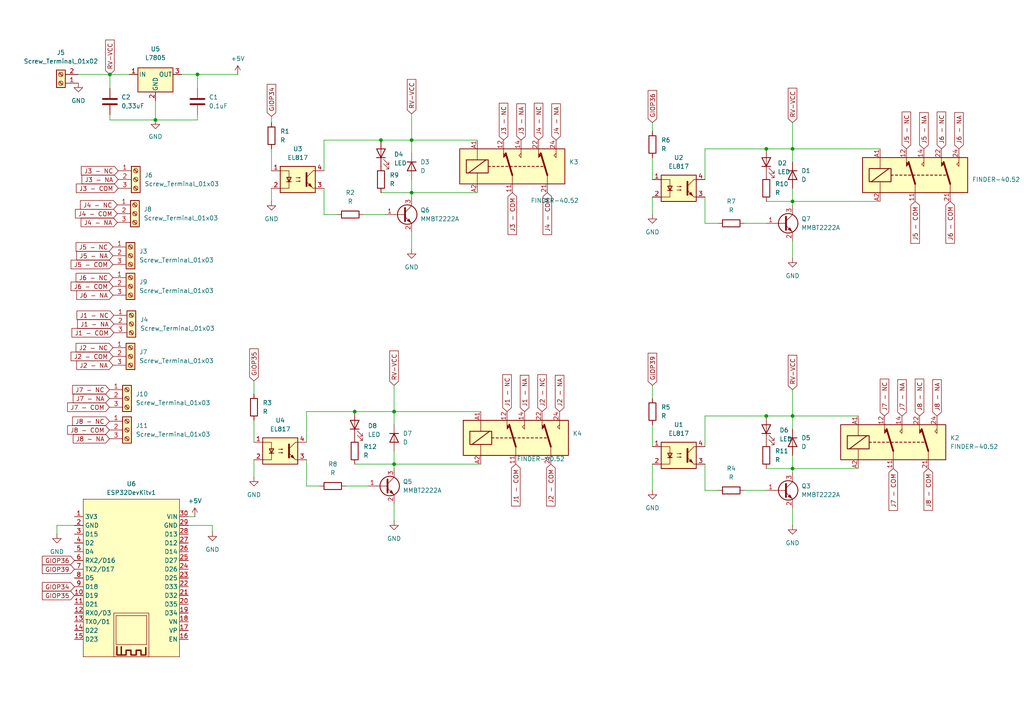
<source format=kicad_sch>
(kicad_sch (version 20250114) (generator "eeschema") (generator_version "9.0")
  (paper "A4")
  (lib_symbols
    (symbol "Connector:Screw_Terminal_01x02" (pin_names (offset 1.016) (hide yes))
      (property "Reference" "J" (at 0 2.54 0))
      (property "Value" "Screw_Terminal_01x02" (at 0 -5.08 0))
      (symbol "Screw_Terminal_01x02_1_1"
        (rectangle (start -1.27 1.27) (end 1.27 -3.81) (stroke (width 0.254)) (fill (type background)))
        (polyline (pts (xy -0.5334 0.3302) (xy 0.3302 -0.508)) (stroke (width 0.1524)))
        (polyline (pts (xy -0.5334 -2.2098) (xy 0.3302 -3.048)) (stroke (width 0.1524)))
        (polyline (pts (xy -0.3556 0.508) (xy 0.508 -0.3302)) (stroke (width 0.1524)))
        (polyline (pts (xy -0.3556 -2.032) (xy 0.508 -2.8702)) (stroke (width 0.1524)))
        (circle (center 0 0) (radius 0.635) (stroke (width 0.1524)))
        (circle (center 0 -2.54) (radius 0.635) (stroke (width 0.1524)))
        (pin passive line (at -5.08 0 0) (length 3.81) (name "Pin_1") (number "1"))
        (pin passive line (at -5.08 -2.54 0) (length 3.81) (name "Pin_2") (number "2"))
      )
    )
    (symbol "Connector:Screw_Terminal_01x03" (pin_names (offset 1.016) (hide yes))
      (property "Reference" "J" (at 0 5.08 0))
      (property "Value" "Screw_Terminal_01x03" (at 0 -5.08 0))
      (symbol "Screw_Terminal_01x03_1_1"
        (rectangle (start -1.27 3.81) (end 1.27 -3.81) (stroke (width 0.254)) (fill (type background)))
        (polyline (pts (xy -0.5334 2.8702) (xy 0.3302 2.032)) (stroke (width 0.1524)))
        (polyline (pts (xy -0.5334 0.3302) (xy 0.3302 -0.508)) (stroke (width 0.1524)))
        (polyline (pts (xy -0.5334 -2.2098) (xy 0.3302 -3.048)) (stroke (width 0.1524)))
        (polyline (pts (xy -0.3556 3.048) (xy 0.508 2.2098)) (stroke (width 0.1524)))
        (polyline (pts (xy -0.3556 0.508) (xy 0.508 -0.3302)) (stroke (width 0.1524)))
        (polyline (pts (xy -0.3556 -2.032) (xy 0.508 -2.8702)) (stroke (width 0.1524)))
        (circle (center 0 2.54) (radius 0.635) (stroke (width 0.1524)))
        (circle (center 0 0) (radius 0.635) (stroke (width 0.1524)))
        (circle (center 0 -2.54) (radius 0.635) (stroke (width 0.1524)))
        (pin passive line (at -5.08 2.54 0) (length 3.81) (name "Pin_1") (number "1"))
        (pin passive line (at -5.08 0 0) (length 3.81) (name "Pin_2") (number "2"))
        (pin passive line (at -5.08 -2.54 0) (length 3.81) (name "Pin_3") (number "3"))
      )
    )
    (symbol "Device:C" (pin_numbers (hide yes)) (pin_names (offset 0.254))
      (property "Reference" "C" (at 0.635 2.54 0))
      (property "Value" "C" (at 0.635 -2.54 0))
      (symbol "C_0_1"
        (polyline (pts (xy -2.032 0.762) (xy 2.032 0.762)) (stroke (width 0.508)))
        (polyline (pts (xy -2.032 -0.762) (xy 2.032 -0.762)) (stroke (width 0.508)))
      )
      (symbol "C_1_1"
        (pin passive line (at 0 3.81 270) (length 2.794) (name "~") (number "1"))
        (pin passive line (at 0 -3.81 90) (length 2.794) (name "~") (number "2"))
      )
    )
    (symbol "Device:D" (pin_numbers (hide yes)) (pin_names (offset 1.016) (hide yes))
      (property "Reference" "D" (at 0 2.54 0))
      (property "Value" "D" (at 0 -2.54 0))
      (symbol "D_0_1"
        (polyline (pts (xy -1.27 1.27) (xy -1.27 -1.27)) (stroke (width 0.254)))
        (polyline (pts (xy 1.27 1.27) (xy 1.27 -1.27) (xy -1.27 0) (xy 1.27 1.27)) (stroke (width 0.254)))
        (polyline (pts (xy 1.27 0) (xy -1.27 0)))
      )
      (symbol "D_1_1"
        (pin passive line (at -3.81 0 0) (length 2.54) (name "K") (number "1"))
        (pin passive line (at 3.81 0 180) (length 2.54) (name "A") (number "2"))
      )
    )
    (symbol "Device:LED" (pin_numbers (hide yes)) (pin_names (offset 1.016) (hide yes))
      (property "Reference" "D" (at 0 2.54 0))
      (property "Value" "LED" (at 0 -2.54 0))
      (symbol "LED_0_1"
        (polyline (pts (xy -3.048 -0.762) (xy -4.572 -2.286) (xy -3.81 -2.286) (xy -4.572 -2.286) (xy -4.572 -1.524)))
        (polyline (pts (xy -1.778 -0.762) (xy -3.302 -2.286) (xy -2.54 -2.286) (xy -3.302 -2.286) (xy -3.302 -1.524)))
        (polyline (pts (xy -1.27 0) (xy 1.27 0)))
        (polyline (pts (xy -1.27 -1.27) (xy -1.27 1.27)) (stroke (width 0.254)))
        (polyline (pts (xy 1.27 -1.27) (xy 1.27 1.27) (xy -1.27 0) (xy 1.27 -1.27)) (stroke (width 0.254)))
      )
      (symbol "LED_1_1"
        (pin passive line (at -3.81 0 0) (length 2.54) (name "K") (number "1"))
        (pin passive line (at 3.81 0 180) (length 2.54) (name "A") (number "2"))
      )
    )
    (symbol "Device:R" (pin_numbers (hide yes)) (pin_names (offset 0))
      (property "Reference" "R" (at 2.032 0 90))
      (property "Value" "R" (at 0 0 90))
      (symbol "R_0_1"
        (rectangle (start -1.016 -2.54) (end 1.016 2.54) (stroke (width 0.254)))
      )
      (symbol "R_1_1"
        (pin passive line (at 0 3.81 270) (length 1.27) (name "~") (number "1"))
        (pin passive line (at 0 -3.81 90) (length 1.27) (name "~") (number "2"))
      )
    )
    (symbol "Isolator:EL817" (pin_names (offset 1.016))
      (property "Reference" "U" (at -5.08 5.08 0))
      (property "Value" "EL817" (at 0 5.08 0))
      (symbol "EL817_0_1"
        (rectangle (start -5.08 3.81) (end 5.08 -3.81) (stroke (width 0.254)) (fill (type background)))
        (polyline (pts (xy -5.08 2.54) (xy -2.54 2.54) (xy -2.54 -0.635)))
        (polyline (pts (xy -3.175 -0.635) (xy -1.905 -0.635)) (stroke (width 0.254)))
        (polyline (pts (xy -2.54 -0.635) (xy -2.54 -2.54) (xy -5.08 -2.54)))
        (polyline (pts (xy -2.54 -0.635) (xy -3.175 0.635) (xy -1.905 0.635) (xy -2.54 -0.635)) (stroke (width 0.254)))
        (polyline (pts (xy -0.508 0.508) (xy 0.762 0.508) (xy 0.381 0.381) (xy 0.381 0.635) (xy 0.762 0.508)))
        (polyline (pts (xy -0.508 -0.508) (xy 0.762 -0.508) (xy 0.381 -0.635) (xy 0.381 -0.381) (xy 0.762 -0.508)))
        (polyline (pts (xy 2.54 1.905) (xy 2.54 -1.905) (xy 2.54 -1.905)) (stroke (width 0.508)))
        (polyline (pts (xy 2.54 0.635) (xy 4.445 2.54)))
        (polyline (pts (xy 3.048 -1.651) (xy 3.556 -1.143) (xy 4.064 -2.159) (xy 3.048 -1.651) (xy 3.048 -1.651)) (fill (type outline)))
        (polyline (pts (xy 4.445 2.54) (xy 5.08 2.54)))
        (polyline (pts (xy 4.445 -2.54) (xy 2.54 -0.635)) (fill (type outline)))
        (polyline (pts (xy 4.445 -2.54) (xy 5.08 -2.54)))
      )
      (symbol "EL817_1_1"
        (pin passive line (at -7.62 2.54 0) (length 2.54) (name "~") (number "1"))
        (pin passive line (at -7.62 -2.54 0) (length 2.54) (name "~") (number "2"))
        (pin passive line (at 7.62 2.54 180) (length 2.54) (name "~") (number "4"))
        (pin passive line (at 7.62 -2.54 180) (length 2.54) (name "~") (number "3"))
      )
    )
    (symbol "LED_1" (pin_numbers (hide yes)) (pin_names (offset 1.016) (hide yes))
      (property "Reference" "D" (at 0 2.54 0))
      (property "Value" "LED" (at 0 -2.54 0))
      (symbol "LED_1_0_1"
        (polyline (pts (xy -3.048 -0.762) (xy -4.572 -2.286) (xy -3.81 -2.286) (xy -4.572 -2.286) (xy -4.572 -1.524)))
        (polyline (pts (xy -1.778 -0.762) (xy -3.302 -2.286) (xy -2.54 -2.286) (xy -3.302 -2.286) (xy -3.302 -1.524)))
        (polyline (pts (xy -1.27 0) (xy 1.27 0)))
        (polyline (pts (xy -1.27 -1.27) (xy -1.27 1.27)) (stroke (width 0.254)))
        (polyline (pts (xy 1.27 -1.27) (xy 1.27 1.27) (xy -1.27 0) (xy 1.27 -1.27)) (stroke (width 0.254)))
      )
      (symbol "LED_1_1_1"
        (pin passive line (at -3.81 0 0) (length 2.54) (name "K") (number "1"))
        (pin passive line (at 3.81 0 180) (length 2.54) (name "A") (number "2"))
      )
    )
    (symbol "LED_2" (pin_numbers (hide yes)) (pin_names (offset 1.016) (hide yes))
      (property "Reference" "D" (at 0 2.54 0))
      (property "Value" "LED" (at 0 -2.54 0))
      (symbol "LED_2_0_1"
        (polyline (pts (xy -3.048 -0.762) (xy -4.572 -2.286) (xy -3.81 -2.286) (xy -4.572 -2.286) (xy -4.572 -1.524)))
        (polyline (pts (xy -1.778 -0.762) (xy -3.302 -2.286) (xy -2.54 -2.286) (xy -3.302 -2.286) (xy -3.302 -1.524)))
        (polyline (pts (xy -1.27 0) (xy 1.27 0)))
        (polyline (pts (xy -1.27 -1.27) (xy -1.27 1.27)) (stroke (width 0.254)))
        (polyline (pts (xy 1.27 -1.27) (xy 1.27 1.27) (xy -1.27 0) (xy 1.27 -1.27)) (stroke (width 0.254)))
      )
      (symbol "LED_2_1_1"
        (pin passive line (at -3.81 0 0) (length 2.54) (name "K") (number "1"))
        (pin passive line (at 3.81 0 180) (length 2.54) (name "A") (number "2"))
      )
    )
    (symbol "LED_3" (pin_numbers (hide yes)) (pin_names (offset 1.016) (hide yes))
      (property "Reference" "D" (at 0 2.54 0))
      (property "Value" "LED" (at 0 -2.54 0))
      (symbol "LED_3_0_1"
        (polyline (pts (xy -3.048 -0.762) (xy -4.572 -2.286) (xy -3.81 -2.286) (xy -4.572 -2.286) (xy -4.572 -1.524)))
        (polyline (pts (xy -1.778 -0.762) (xy -3.302 -2.286) (xy -2.54 -2.286) (xy -3.302 -2.286) (xy -3.302 -1.524)))
        (polyline (pts (xy -1.27 0) (xy 1.27 0)))
        (polyline (pts (xy -1.27 -1.27) (xy -1.27 1.27)) (stroke (width 0.254)))
        (polyline (pts (xy 1.27 -1.27) (xy 1.27 1.27) (xy -1.27 0) (xy 1.27 -1.27)) (stroke (width 0.254)))
      )
      (symbol "LED_3_1_1"
        (pin passive line (at -3.81 0 0) (length 2.54) (name "K") (number "1"))
        (pin passive line (at 3.81 0 180) (length 2.54) (name "A") (number "2"))
      )
    )
    (symbol "MCE_Modulos:ESP32DevKitv1"
      (property "Reference" "U" (at -12.7 24.13 0))
      (property "Value" "ESP32DevKitv1" (at 0 -24.13 0))
      (symbol "ESP32DevKitv1_0_1"
        (polyline (pts (xy -5.08 -10.16) (xy 5.08 -10.16) (xy 5.08 -22.86) (xy -5.08 -22.86) (xy -5.08 -10.16)))
        (polyline (pts (xy -4.445 -10.922) (xy 4.445 -10.922) (xy 4.445 -19.304) (xy -4.445 -19.304) (xy -4.445 -10.922)))
      )
      (symbol "ESP32DevKitv1_1_1"
        (rectangle (start -13.97 22.86) (end 13.97 -22.86) (fill (type background)))
        (polyline (pts (xy -4.191 -19.939) (xy -4.191 -22.352) (xy -1.524 -22.352) (xy -1.524 -20.955) (xy -0.127 -20.955) (xy -0.127 -22.352) (xy 1.397 -22.352) (xy 1.397 -20.955) (xy 2.794 -20.955) (xy 2.794 -22.352) (xy 4.191 -22.352) (xy 4.191 -20.193)) (stroke (width 0.4)))
        (polyline (pts (xy -2.921 -19.939) (xy -2.921 -22.352)) (stroke (width 0.4)))
        (pin power_in line (at -16.51 17.78 0) (length 2.54) (name "3V3") (number "1"))
        (pin power_in line (at -16.51 15.24 0) (length 2.54) (name "GND") (number "2"))
        (pin bidirectional line (at -16.51 12.7 0) (length 2.54) (name "D15") (number "3"))
        (pin bidirectional line (at -16.51 10.16 0) (length 2.54) (name "D2") (number "4"))
        (pin bidirectional line (at -16.51 7.62 0) (length 2.54) (name "D4") (number "5"))
        (pin bidirectional line (at -16.51 5.08 0) (length 2.54) (name "RX2/D16") (number "6"))
        (pin bidirectional line (at -16.51 2.54 0) (length 2.54) (name "TX2/D17") (number "7"))
        (pin bidirectional line (at -16.51 0 0) (length 2.54) (name "D5") (number "8"))
        (pin bidirectional line (at -16.51 -2.54 0) (length 2.54) (name "D18") (number "9"))
        (pin bidirectional line (at -16.51 -5.08 0) (length 2.54) (name "D19") (number "10"))
        (pin bidirectional line (at -16.51 -7.62 0) (length 2.54) (name "D21") (number "11"))
        (pin bidirectional line (at -16.51 -10.16 0) (length 2.54) (name "RX0/D3") (number "12"))
        (pin bidirectional line (at -16.51 -12.7 0) (length 2.54) (name "TX0/D1") (number "13"))
        (pin bidirectional line (at -16.51 -15.24 0) (length 2.54) (name "D22") (number "14"))
        (pin bidirectional line (at -16.51 -17.78 0) (length 2.54) (name "D23") (number "15"))
        (pin power_in line (at 16.51 17.78 180) (length 2.54) (name "VIN") (number "30"))
        (pin power_in line (at 16.51 15.24 180) (length 2.54) (name "GND") (number "29"))
        (pin bidirectional line (at 16.51 12.7 180) (length 2.54) (name "D13") (number "28"))
        (pin bidirectional line (at 16.51 10.16 180) (length 2.54) (name "D12") (number "27"))
        (pin bidirectional line (at 16.51 7.62 180) (length 2.54) (name "D14") (number "26"))
        (pin bidirectional line (at 16.51 5.08 180) (length 2.54) (name "D27") (number "25"))
        (pin bidirectional line (at 16.51 2.54 180) (length 2.54) (name "D26") (number "24"))
        (pin bidirectional line (at 16.51 0 180) (length 2.54) (name "D25") (number "23"))
        (pin bidirectional line (at 16.51 -2.54 180) (length 2.54) (name "D33") (number "22"))
        (pin bidirectional line (at 16.51 -5.08 180) (length 2.54) (name "D32") (number "21"))
        (pin bidirectional line (at 16.51 -7.62 180) (length 2.54) (name "D35") (number "20"))
        (pin bidirectional line (at 16.51 -10.16 180) (length 2.54) (name "D34") (number "19"))
        (pin input line (at 16.51 -12.7 180) (length 2.54) (name "VN") (number "18"))
        (pin input line (at 16.51 -15.24 180) (length 2.54) (name "VP") (number "17"))
        (pin input line (at 16.51 -17.78 180) (length 2.54) (name "EN") (number "16"))
      )
    )
    (symbol "Regulator_Linear:L7805" (pin_names (offset 0.254))
      (property "Reference" "U" (at -3.81 3.175 0))
      (property "Value" "L7805" (at 0 3.175 0))
      (symbol "L7805_0_1"
        (rectangle (start -5.08 1.905) (end 5.08 -5.08) (stroke (width 0.254)) (fill (type background)))
      )
      (symbol "L7805_1_1"
        (pin power_in line (at -7.62 0 0) (length 2.54) (name "IN") (number "1"))
        (pin power_in line (at 0 -7.62 90) (length 2.54) (name "GND") (number "2"))
        (pin power_out line (at 7.62 0 180) (length 2.54) (name "OUT") (number "3"))
      )
    )
    (symbol "Relay:FINDER-40.52"
      (property "Reference" "K" (at 16.51 3.81 0))
      (property "Value" "FINDER-40.52" (at 16.51 1.27 0))
      (symbol "FINDER-40.52_0_1"
        (rectangle (start -15.24 5.08) (end 15.24 -5.08) (stroke (width 0.254)) (fill (type background)))
        (rectangle (start -13.335 1.905) (end -6.985 -1.905) (stroke (width 0.254)))
        (polyline (pts (xy -12.7 -1.905) (xy -7.62 1.905)) (stroke (width 0.254)))
        (polyline (pts (xy -10.16 5.08) (xy -10.16 1.905)))
        (polyline (pts (xy -10.16 -5.08) (xy -10.16 -1.905)))
        (polyline (pts (xy -6.985 0) (xy -6.35 0)) (stroke (width 0.254)))
        (polyline (pts (xy -5.715 0) (xy -5.08 0)) (stroke (width 0.254)))
        (polyline (pts (xy -4.445 0) (xy -3.81 0)) (stroke (width 0.254)))
        (polyline (pts (xy -3.175 0) (xy -2.54 0)) (stroke (width 0.254)))
        (polyline (pts (xy -2.54 5.08) (xy -2.54 2.54) (xy -1.905 3.175) (xy -2.54 3.81)) (fill (type outline)))
        (polyline (pts (xy -1.905 0) (xy -1.27 0)) (stroke (width 0.254)))
        (polyline (pts (xy -0.635 0) (xy 0 0)) (stroke (width 0.254)))
        (polyline (pts (xy 0 -2.54) (xy -1.905 3.81)) (stroke (width 0.508)))
        (polyline (pts (xy 0 -2.54) (xy 0 -5.08)))
        (polyline (pts (xy 0.635 0) (xy 1.27 0)) (stroke (width 0.254)))
        (polyline (pts (xy 1.905 0) (xy 2.54 0)) (stroke (width 0.254)))
        (polyline (pts (xy 2.54 5.08) (xy 2.54 2.54) (xy 1.905 3.175) (xy 2.54 3.81)))
        (polyline (pts (xy 3.175 0) (xy 3.81 0)) (stroke (width 0.254)))
        (polyline (pts (xy 4.445 0) (xy 5.08 0)) (stroke (width 0.254)))
        (polyline (pts (xy 5.715 0) (xy 6.35 0)) (stroke (width 0.254)))
        (polyline (pts (xy 6.985 0) (xy 7.62 0)) (stroke (width 0.254)))
        (polyline (pts (xy 7.62 5.08) (xy 7.62 2.54) (xy 8.255 3.175) (xy 7.62 3.81)) (fill (type outline)))
        (polyline (pts (xy 8.255 0) (xy 8.89 0)) (stroke (width 0.254)))
        (polyline (pts (xy 10.16 -2.54) (xy 8.255 3.81)) (stroke (width 0.508)))
        (polyline (pts (xy 10.16 -2.54) (xy 10.16 -5.08)))
        (polyline (pts (xy 12.7 5.08) (xy 12.7 2.54) (xy 12.065 3.175) (xy 12.7 3.81)))
      )
      (symbol "FINDER-40.52_1_1"
        (pin passive line (at -10.16 7.62 270) (length 2.54) (name "~") (number "A1"))
        (pin passive line (at -10.16 -7.62 90) (length 2.54) (name "~") (number "A2"))
        (pin passive line (at -2.54 7.62 270) (length 2.54) (name "~") (number "12"))
        (pin passive line (at 0 -7.62 90) (length 2.54) (name "~") (number "11"))
        (pin passive line (at 2.54 7.62 270) (length 2.54) (name "~") (number "14"))
        (pin passive line (at 7.62 7.62 270) (length 2.54) (name "~") (number "22"))
        (pin passive line (at 10.16 -7.62 90) (length 2.54) (name "~") (number "21"))
        (pin passive line (at 12.7 7.62 270) (length 2.54) (name "~") (number "24"))
      )
    )
    (symbol "Transistor_BJT:MMBT2222A" (pin_names (offset 0) (hide yes))
      (property "Reference" "Q" (at 5.08 1.905 0))
      (property "Value" "MMBT2222A" (at 5.08 0 0))
      (symbol "MMBT2222A_0_1"
        (polyline (pts (xy -2.54 0) (xy 0.635 0)))
        (polyline (pts (xy 0.635 1.905) (xy 0.635 -1.905)) (stroke (width 0.508)))
        (circle (center 1.27 0) (radius 2.8194) (stroke (width 0.254)))
      )
      (symbol "MMBT2222A_1_1"
        (polyline (pts (xy 0.635 0.635) (xy 2.54 2.54)))
        (polyline (pts (xy 0.635 -0.635) (xy 2.54 -2.54)))
        (polyline (pts (xy 1.27 -1.778) (xy 1.778 -1.27) (xy 2.286 -2.286) (xy 1.27 -1.778)) (fill (type outline)))
        (pin input line (at -5.08 0 0) (length 2.54) (name "B") (number "1"))
        (pin passive line (at 2.54 5.08 270) (length 2.54) (name "C") (number "3"))
        (pin passive line (at 2.54 -5.08 90) (length 2.54) (name "E") (number "2"))
      )
    )
    (symbol "power:+5V" (power) (pin_numbers (hide yes)) (pin_names (offset 0) (hide yes))
      (property "Value" "+5V" (at 0 3.556 0))
      (symbol "+5V_0_1"
        (polyline (pts (xy -0.762 1.27) (xy 0 2.54)))
        (polyline (pts (xy 0 2.54) (xy 0.762 1.27)))
        (polyline (pts (xy 0 0) (xy 0 2.54)))
      )
      (symbol "+5V_1_1"
        (pin power_in line (at 0 0 90) (length 0) (name "~") (number "1"))
      )
    )
    (symbol "power:GND" (power) (pin_numbers (hide yes)) (pin_names (offset 0) (hide yes))
      (property "Value" "GND" (at 0 -3.81 0))
      (symbol "GND_0_1"
        (polyline (pts (xy 0 0) (xy 0 -1.27) (xy 1.27 -1.27) (xy 0 -2.54) (xy -1.27 -1.27) (xy 0 -1.27)))
      )
      (symbol "GND_1_1"
        (pin power_in line (at 0 0 270) (length 0) (name "~") (number "1"))
      )
    )
  )
  (junction (at 114.3 119.38))
  (junction (at 222.25 43.18))
  (junction (at 110.49 40.64))
  (junction (at 229.87 120.65))
  (junction (at 119.38 40.64))
  (junction (at 114.3 134.62))
  (junction (at 57.277 21.59))
  (junction (at 102.87 119.38))
  (junction (at 119.38 55.88))
  (junction (at 45.085 34.798))
  (junction (at 31.877 21.59))
  (junction (at 229.87 135.89))
  (junction (at 222.25 120.65))
  (junction (at 229.87 43.18))
  (junction (at 229.87 58.42))
  (wire (pts (xy 229.87 135.89) (xy 229.87 132.08)))
  (wire (pts (xy 222.25 58.42) (xy 229.87 58.42)))
  (wire (pts (xy 138.43 55.88) (xy 119.38 55.88)))
  (wire (pts (xy 189.23 142.24) (xy 189.23 134.62)))
  (wire (pts (xy 88.9 133.35) (xy 88.9 140.97)))
  (wire (pts (xy 119.38 72.39) (xy 119.38 67.31)))
  (wire (pts (xy 222.25 43.18) (xy 229.87 43.18)))
  (wire (pts (xy 73.66 138.43) (xy 73.66 133.35)))
  (wire (pts (xy 56.515 149.86) (xy 54.61 149.86)))
  (wire (pts (xy 229.87 152.4) (xy 229.87 147.32)))
  (wire (pts (xy 114.3 134.62) (xy 139.446 134.62)))
  (wire (pts (xy 88.9 128.27) (xy 88.9 119.38)))
  (wire (pts (xy 114.3 151.13) (xy 114.3 146.05)))
  (wire (pts (xy 114.3 119.38) (xy 114.3 123.19)))
  (wire (pts (xy 204.47 142.24) (xy 208.28 142.24)))
  (wire (pts (xy 248.92 120.65) (xy 229.87 120.65)))
  (wire (pts (xy 102.87 134.62) (xy 114.3 134.62)))
  (wire (pts (xy 119.38 40.64) (xy 119.38 44.45)))
  (wire (pts (xy 204.47 129.54) (xy 204.47 120.65)))
  (wire (pts (xy 110.49 55.88) (xy 119.38 55.88)))
  (wire (pts (xy 105.41 62.23) (xy 111.76 62.23)))
  (wire (pts (xy 215.9 64.77) (xy 222.25 64.77)))
  (wire (pts (xy 16.51 154.94) (xy 16.51 152.4)))
  (wire (pts (xy 204.47 64.77) (xy 208.28 64.77)))
  (wire (pts (xy 61.595 154.305) (xy 61.595 152.4)))
  (wire (pts (xy 31.877 34.798) (xy 45.085 34.798)))
  (wire (pts (xy 88.9 119.38) (xy 102.87 119.38)))
  (wire (pts (xy 255.27 58.42) (xy 229.87 58.42)))
  (wire (pts (xy 114.3 134.62) (xy 114.3 130.81)))
  (wire (pts (xy 229.87 137.16) (xy 229.87 135.89)))
  (wire (pts (xy 215.9 142.24) (xy 222.25 142.24)))
  (wire (pts (xy 31.877 33.274) (xy 31.877 34.798)))
  (wire (pts (xy 78.74 33.782) (xy 78.74 35.56)))
  (wire (pts (xy 255.27 43.18) (xy 229.87 43.18)))
  (wire (pts (xy 68.961 21.59) (xy 57.277 21.59)))
  (wire (pts (xy 93.98 62.23) (xy 97.79 62.23)))
  (wire (pts (xy 229.87 113.03) (xy 229.87 120.65)))
  (wire (pts (xy 110.49 40.64) (xy 119.38 40.64)))
  (wire (pts (xy 78.74 43.18) (xy 78.74 49.53)))
  (wire (pts (xy 138.43 40.64) (xy 119.38 40.64)))
  (wire (pts (xy 114.3 111.76) (xy 114.3 119.38)))
  (wire (pts (xy 229.87 43.18) (xy 229.87 46.99)))
  (wire (pts (xy 189.23 111.76) (xy 189.23 115.57)))
  (wire (pts (xy 204.47 120.65) (xy 222.25 120.65)))
  (wire (pts (xy 119.38 57.15) (xy 119.38 55.88)))
  (wire (pts (xy 93.98 49.53) (xy 93.98 40.64)))
  (wire (pts (xy 204.47 134.62) (xy 204.47 142.24)))
  (wire (pts (xy 189.23 123.19) (xy 189.23 129.54)))
  (wire (pts (xy 61.595 152.4) (xy 54.61 152.4)))
  (wire (pts (xy 57.277 21.59) (xy 57.277 25.654)))
  (wire (pts (xy 189.23 35.56) (xy 189.23 38.1)))
  (wire (pts (xy 57.277 33.274) (xy 57.277 34.798)))
  (wire (pts (xy 114.3 119.38) (xy 139.446 119.38)))
  (wire (pts (xy 100.33 140.97) (xy 106.68 140.97)))
  (wire (pts (xy 222.25 120.65) (xy 229.87 120.65)))
  (wire (pts (xy 31.877 21.59) (xy 37.465 21.59)))
  (wire (pts (xy 189.23 62.23) (xy 189.23 57.15)))
  (wire (pts (xy 45.085 29.21) (xy 45.085 34.798)))
  (wire (pts (xy 93.98 54.61) (xy 93.98 62.23)))
  (wire (pts (xy 204.47 52.07) (xy 204.47 43.18)))
  (wire (pts (xy 93.98 40.64) (xy 110.49 40.64)))
  (wire (pts (xy 229.87 35.56) (xy 229.87 43.18)))
  (wire (pts (xy 189.23 45.72) (xy 189.23 52.07)))
  (wire (pts (xy 22.733 21.59) (xy 31.877 21.59)))
  (wire (pts (xy 229.87 59.69) (xy 229.87 58.42)))
  (wire (pts (xy 204.47 43.18) (xy 222.25 43.18)))
  (wire (pts (xy 78.74 58.42) (xy 78.74 54.61)))
  (wire (pts (xy 31.877 21.59) (xy 31.877 25.654)))
  (wire (pts (xy 88.9 140.97) (xy 92.71 140.97)))
  (wire (pts (xy 229.87 74.93) (xy 229.87 69.85)))
  (wire (pts (xy 16.51 152.4) (xy 21.59 152.4)))
  (wire (pts (xy 248.92 135.89) (xy 229.87 135.89)))
  (wire (pts (xy 119.38 55.88) (xy 119.38 52.07)))
  (wire (pts (xy 229.87 120.65) (xy 229.87 124.46)))
  (wire (pts (xy 119.38 33.02) (xy 119.38 40.64)))
  (wire (pts (xy 222.25 135.89) (xy 229.87 135.89)))
  (wire (pts (xy 114.3 135.89) (xy 114.3 134.62)))
  (wire (pts (xy 57.277 34.798) (xy 45.085 34.798)))
  (wire (pts (xy 102.87 119.38) (xy 114.3 119.38)))
  (wire (pts (xy 57.277 21.59) (xy 52.705 21.59)))
  (wire (pts (xy 204.47 57.15) (xy 204.47 64.77)))
  (wire (pts (xy 73.66 110.49) (xy 73.66 114.3)))
  (wire (pts (xy 73.66 121.92) (xy 73.66 128.27)))
  (wire (pts (xy 229.87 58.42) (xy 229.87 54.61)))
  (global_label "J8 - NA" (shape input) (at 271.78 120.65 90) (property "Intersheetrefs" "${INTERSHEET_REFS}" (effects (hide yes))))
  (global_label "J4 - COM" (shape input) (at 158.75 55.88 270) (property "Intersheetrefs" "${INTERSHEET_REFS}" (effects (hide yes))))
  (global_label "J3 - NC" (shape input) (at 34.29 49.53 180) (property "Intersheetrefs" "${INTERSHEET_REFS}" (effects (hide yes))))
  (global_label "RV-VCC" (shape input) (at 119.38 33.02 90) (property "Intersheetrefs" "${INTERSHEET_REFS}" (effects (hide yes))))
  (global_label "GIOP34" (shape input) (at 21.59 170.18 180) (property "Intersheetrefs" "${INTERSHEET_REFS}" (effects (hide yes))))
  (global_label "GIOP36" (shape input) (at 189.23 35.56 90) (property "Intersheetrefs" "${INTERSHEET_REFS}" (effects (hide yes))))
  (global_label "J6 - COM" (shape input) (at 275.59 58.42 270) (property "Intersheetrefs" "${INTERSHEET_REFS}" (effects (hide yes))))
  (global_label "J4 - NA" (shape input) (at 161.29 40.64 90) (property "Intersheetrefs" "${INTERSHEET_REFS}" (effects (hide yes))))
  (global_label "RV-VCC" (shape input) (at 114.3 111.76 90) (property "Intersheetrefs" "${INTERSHEET_REFS}" (effects (hide yes))))
  (global_label "J2 - COM" (shape input) (at 159.766 134.62 270) (property "Intersheetrefs" "${INTERSHEET_REFS}" (effects (hide yes))))
  (global_label "J6 - NA" (shape input) (at 32.766 85.598 180) (property "Intersheetrefs" "${INTERSHEET_REFS}" (effects (hide yes))))
  (global_label "J2 - NC" (shape input) (at 32.766 100.838 180) (property "Intersheetrefs" "${INTERSHEET_REFS}" (effects (hide yes))))
  (global_label "J4 - NA" (shape input) (at 34.036 64.516 180) (property "Intersheetrefs" "${INTERSHEET_REFS}" (effects (hide yes))))
  (global_label "J4 - NC" (shape input) (at 34.036 59.436 180) (property "Intersheetrefs" "${INTERSHEET_REFS}" (effects (hide yes))))
  (global_label "J7 - NA" (shape input) (at 261.62 120.65 90) (property "Intersheetrefs" "${INTERSHEET_REFS}" (effects (hide yes))))
  (global_label "J2 - NA" (shape input) (at 162.306 119.38 90) (property "Intersheetrefs" "${INTERSHEET_REFS}" (effects (hide yes))))
  (global_label "J7 - COM" (shape input) (at 31.75 118.11 180) (property "Intersheetrefs" "${INTERSHEET_REFS}" (effects (hide yes))))
  (global_label "J6 - COM" (shape input) (at 32.766 83.058 180) (property "Intersheetrefs" "${INTERSHEET_REFS}" (effects (hide yes))))
  (global_label "J1 - NA" (shape input) (at 33.02 93.98 180) (property "Intersheetrefs" "${INTERSHEET_REFS}" (effects (hide yes))))
  (global_label "J3 - NC" (shape input) (at 146.05 40.64 90) (property "Intersheetrefs" "${INTERSHEET_REFS}" (effects (hide yes))))
  (global_label "J2 - COM" (shape input) (at 32.766 103.378 180) (property "Intersheetrefs" "${INTERSHEET_REFS}" (effects (hide yes))))
  (global_label "J3 - COM" (shape input) (at 148.59 55.88 270) (property "Intersheetrefs" "${INTERSHEET_REFS}" (effects (hide yes))))
  (global_label "GIOP34" (shape input) (at 78.74 33.782 90) (property "Intersheetrefs" "${INTERSHEET_REFS}" (effects (hide yes))))
  (global_label "RV-VCC" (shape input) (at 229.87 35.56 90) (property "Intersheetrefs" "${INTERSHEET_REFS}" (effects (hide yes))))
  (global_label "GIOP39" (shape input) (at 189.23 111.76 90) (property "Intersheetrefs" "${INTERSHEET_REFS}" (effects (hide yes))))
  (global_label "GIOP39" (shape input) (at 21.59 165.1 180) (property "Intersheetrefs" "${INTERSHEET_REFS}" (effects (hide yes))))
  (global_label "J5 - NA" (shape input) (at 267.97 43.18 90) (property "Intersheetrefs" "${INTERSHEET_REFS}" (effects (hide yes))))
  (global_label "J7 - NC" (shape input) (at 31.75 113.03 180) (property "Intersheetrefs" "${INTERSHEET_REFS}" (effects (hide yes))))
  (global_label "J2 - NC" (shape input) (at 157.226 119.38 90) (property "Intersheetrefs" "${INTERSHEET_REFS}" (effects (hide yes))))
  (global_label "J5 - COM" (shape input) (at 32.766 76.708 180) (property "Intersheetrefs" "${INTERSHEET_REFS}" (effects (hide yes))))
  (global_label "J6 - NA" (shape input) (at 278.13 43.18 90) (property "Intersheetrefs" "${INTERSHEET_REFS}" (effects (hide yes))))
  (global_label "J1 - COM" (shape input) (at 33.02 96.52 180) (property "Intersheetrefs" "${INTERSHEET_REFS}" (effects (hide yes))))
  (global_label "J5 - NA" (shape input) (at 32.766 74.168 180) (property "Intersheetrefs" "${INTERSHEET_REFS}" (effects (hide yes))))
  (global_label "J1 - NA" (shape input) (at 152.146 119.38 90) (property "Intersheetrefs" "${INTERSHEET_REFS}" (effects (hide yes))))
  (global_label "J5 - COM" (shape input) (at 265.43 58.42 270) (property "Intersheetrefs" "${INTERSHEET_REFS}" (effects (hide yes))))
  (global_label "J8 - COM" (shape input) (at 31.75 124.714 180) (property "Intersheetrefs" "${INTERSHEET_REFS}" (effects (hide yes))))
  (global_label "GIOP35" (shape input) (at 21.59 172.72 180) (property "Intersheetrefs" "${INTERSHEET_REFS}" (effects (hide yes))))
  (global_label "J6 - NC" (shape input) (at 32.766 80.518 180) (property "Intersheetrefs" "${INTERSHEET_REFS}" (effects (hide yes))))
  (global_label "J1 - COM" (shape input) (at 149.606 134.62 270) (property "Intersheetrefs" "${INTERSHEET_REFS}" (effects (hide yes))))
  (global_label "J5 - NC" (shape input) (at 262.89 43.18 90) (property "Intersheetrefs" "${INTERSHEET_REFS}" (effects (hide yes))))
  (global_label "J7 - COM" (shape input) (at 259.08 135.89 270) (property "Intersheetrefs" "${INTERSHEET_REFS}" (effects (hide yes))))
  (global_label "J8 - NC" (shape input) (at 31.75 122.174 180) (property "Intersheetrefs" "${INTERSHEET_REFS}" (effects (hide yes))))
  (global_label "RV-VCC" (shape input) (at 31.877 21.59 90) (property "Intersheetrefs" "${INTERSHEET_REFS}" (effects (hide yes))))
  (global_label "J2 - NA" (shape input) (at 32.766 105.918 180) (property "Intersheetrefs" "${INTERSHEET_REFS}" (effects (hide yes))))
  (global_label "GIOP35" (shape input) (at 73.66 110.49 90) (property "Intersheetrefs" "${INTERSHEET_REFS}" (effects (hide yes))))
  (global_label "J5 - NC" (shape input) (at 32.766 71.628 180) (property "Intersheetrefs" "${INTERSHEET_REFS}" (effects (hide yes))))
  (global_label "RV-VCC" (shape input) (at 229.87 113.03 90) (property "Intersheetrefs" "${INTERSHEET_REFS}" (effects (hide yes))))
  (global_label "J8 - NC" (shape input) (at 266.7 120.65 90) (property "Intersheetrefs" "${INTERSHEET_REFS}" (effects (hide yes))))
  (global_label "J6 - NC" (shape input) (at 273.05 43.18 90) (property "Intersheetrefs" "${INTERSHEET_REFS}" (effects (hide yes))))
  (global_label "J4 - NC" (shape input) (at 156.21 40.64 90) (property "Intersheetrefs" "${INTERSHEET_REFS}" (effects (hide yes))))
  (global_label "J8 - NA" (shape input) (at 31.75 127.254 180) (property "Intersheetrefs" "${INTERSHEET_REFS}" (effects (hide yes))))
  (global_label "J1 - NC" (shape input) (at 33.02 91.44 180) (property "Intersheetrefs" "${INTERSHEET_REFS}" (effects (hide yes))))
  (global_label "GIOP36" (shape input) (at 21.59 162.56 180) (property "Intersheetrefs" "${INTERSHEET_REFS}" (effects (hide yes))))
  (global_label "J4 - COM" (shape input) (at 34.036 61.976 180) (property "Intersheetrefs" "${INTERSHEET_REFS}" (effects (hide yes))))
  (global_label "J7 - NC" (shape input) (at 256.54 120.65 90) (property "Intersheetrefs" "${INTERSHEET_REFS}" (effects (hide yes))))
  (global_label "J7 - NA" (shape input) (at 31.75 115.57 180) (property "Intersheetrefs" "${INTERSHEET_REFS}" (effects (hide yes))))
  (global_label "J8 - COM" (shape input) (at 269.24 135.89 270) (property "Intersheetrefs" "${INTERSHEET_REFS}" (effects (hide yes))))
  (global_label "J3 - NA" (shape input) (at 151.13 40.64 90) (property "Intersheetrefs" "${INTERSHEET_REFS}" (effects (hide yes))))
  (global_label "J1 - NC" (shape input) (at 147.066 119.38 90) (property "Intersheetrefs" "${INTERSHEET_REFS}" (effects (hide yes))))
  (global_label "J3 - NA" (shape input) (at 34.29 52.07 180) (property "Intersheetrefs" "${INTERSHEET_REFS}" (effects (hide yes))))
  (global_label "J3 - COM" (shape input) (at 34.29 54.61 180) (property "Intersheetrefs" "${INTERSHEET_REFS}" (effects (hide yes))))
  (symbol (lib_id "Device:R") (at 78.74 39.37 180) (unit 1)
    (property "Reference" "R1" (at 81.28 38.0999 0) (effects (justify right)))
    (property "Value" "R" (at 81.28 40.6399 0) (effects (justify right)))
    (property "Footprint" "Resistor_SMD:R_0805_2012Metric" (effects (hide yes)))
    (property "Description" "Resistor" (effects (hide yes)))
  )
  (symbol (lib_id "Relay:FINDER-40.52") (at 148.59 48.26 0) (unit 1)
    (property "Reference" "K3" (at 165.1 46.9899 0) (effects (justify left)))
    (property "Value" "FINDER-40.52" (at 153.924 58.1659 0) (effects (justify left)))
    (property "Footprint" "Relay_THT:Relay_DPDT_Finder_40.52" (effects (hide yes)))
    (property "Datasheet" "http://gfinder.findernet.com/assets/Series/353/S40EN.pdf" (effects (hide yes)))
    (property "Description" "FINDER 40.52, Dual Pole Relay, 5mm Pitch, 10A" (effects (hide yes)))
  )
  (symbol (lib_id "Relay:FINDER-40.52") (at 149.606 127 0) (unit 1)
    (property "Reference" "K4" (at 166.116 125.7299 0) (effects (justify left)))
    (property "Value" "FINDER-40.52" (at 149.86 133.096 0) (effects (justify left)))
    (property "Footprint" "Relay_THT:Relay_DPDT_Finder_40.52" (effects (hide yes)))
    (property "Datasheet" "http://gfinder.findernet.com/assets/Series/353/S40EN.pdf" (effects (hide yes)))
    (property "Description" "FINDER 40.52, Dual Pole Relay, 5mm Pitch, 10A" (effects (hide yes)))
  )
  (symbol (lib_id "power:+5V") (at 68.961 21.59 0) (unit 1)
    (property "Reference" "#PWR012" (effects (hide yes)))
    (property "Value" "+5V" (at 68.961 17.018 0))
    (property "Description" "Power symbol creates a global label with name \"+5V\"" (effects (hide yes)))
  )
  (symbol (lib_id "Device:D") (at 229.87 50.8 270) (unit 1)
    (property "Reference" "D1" (at 232.41 49.5299 90) (effects (justify left)))
    (property "Value" "D" (at 232.41 52.0699 90) (effects (justify left)))
    (property "Footprint" "Diode_SMD:D_SMA" (effects (hide yes)))
    (property "Description" "Diode" (effects (hide yes)))
    (property "Sim.Device" "D" (effects (hide yes)))
    (property "Sim.Pins" "1=K 2=A" (effects (hide yes)))
  )
  (symbol (lib_id "Connector:Screw_Terminal_01x03") (at 37.846 83.058 0) (unit 1)
    (property "Reference" "J9" (at 40.386 81.7879 0) (effects (justify left)))
    (property "Value" "Screw_Terminal_01x03" (at 40.386 84.3279 0) (effects (justify left)))
    (property "Footprint" "TerminalBlock:TerminalBlock_Xinya_XY308-2.54-3P_1x03_P2.54mm_Horizontal" (effects (hide yes)))
    (property "Description" "Generic screw terminal, single row, 01x03, script generated (kicad-library-utils/schlib/autogen/connector/)" (effects (hide yes)))
  )
  (symbol (lib_id "Device:R") (at 189.23 119.38 180) (unit 1)
    (property "Reference" "R5" (at 191.77 118.1099 0) (effects (justify right)))
    (property "Value" "R" (at 191.77 120.6499 0) (effects (justify right)))
    (property "Footprint" "Resistor_SMD:R_0805_2012Metric" (effects (hide yes)))
    (property "Description" "Resistor" (effects (hide yes)))
  )
  (symbol (lib_name "LED_3") (lib_id "Device:LED") (at 102.87 123.19 90) (unit 1)
    (property "Reference" "D8" (at 106.68 123.5074 90) (effects (justify right)))
    (property "Value" "LED" (at 106.68 126.0474 90) (effects (justify right)))
    (property "Footprint" "LED_THT:LED_D5.0mm_Clear" (effects (hide yes)))
    (property "Description" "Light emitting diode" (effects (hide yes)))
    (property "Sim.Pins" "1=K 2=A" (effects (hide yes)))
  )
  (symbol (lib_id "Device:D") (at 114.3 127 270) (unit 1)
    (property "Reference" "D7" (at 116.84 125.7299 90) (effects (justify left)))
    (property "Value" "D" (at 116.84 128.2699 90) (effects (justify left)))
    (property "Footprint" "Diode_SMD:D_SMA" (effects (hide yes)))
    (property "Description" "Diode" (effects (hide yes)))
    (property "Sim.Device" "D" (effects (hide yes)))
    (property "Sim.Pins" "1=K 2=A" (effects (hide yes)))
  )
  (symbol (lib_id "Connector:Screw_Terminal_01x03") (at 36.83 124.714 0) (unit 1)
    (property "Reference" "J11" (at 39.37 123.4439 0) (effects (justify left)))
    (property "Value" "Screw_Terminal_01x03" (at 39.37 125.9839 0) (effects (justify left)))
    (property "Footprint" "TerminalBlock:TerminalBlock_Xinya_XY308-2.54-3P_1x03_P2.54mm_Horizontal" (effects (hide yes)))
    (property "Description" "Generic screw terminal, single row, 01x03, script generated (kicad-library-utils/schlib/autogen/connector/)" (effects (hide yes)))
  )
  (symbol (lib_id "Transistor_BJT:MMBT2222A") (at 227.33 142.24 0) (unit 1)
    (property "Reference" "Q3" (at 232.41 140.9699 0) (effects (justify left)))
    (property "Value" "MMBT2222A" (at 232.41 143.5099 0) (effects (justify left)))
    (property "Footprint" "Package_TO_SOT_SMD:SOT-23" (effects (hide yes)))
    (property "Datasheet" "https://assets.nexperia.com/documents/data-sheet/MMBT2222A.pdf" (effects (hide yes)))
    (property "Description" "600mA Ic, 40V Vce, NPN Transistor, SOT-23" (effects (hide yes)))
  )
  (symbol (lib_id "Device:R") (at 222.25 132.08 180) (unit 1)
    (property "Reference" "R11" (at 224.79 130.8099 0) (effects (justify right)))
    (property "Value" "R" (at 224.79 133.3499 0) (effects (justify right)))
    (property "Footprint" "Resistor_SMD:R_0805_2012Metric" (effects (hide yes)))
    (property "Description" "Resistor" (effects (hide yes)))
  )
  (symbol (lib_id "Relay:FINDER-40.52") (at 265.43 50.8 0) (unit 1)
    (property "Reference" "K1" (effects (hide yes)))
    (property "Value" "FINDER-40.52" (at 281.94 52.0699 0) (effects (justify left)))
    (property "Footprint" "Relay_THT:Relay_DPDT_Finder_40.52" (effects (hide yes)))
    (property "Datasheet" "http://gfinder.findernet.com/assets/Series/353/S40EN.pdf" (effects (hide yes)))
    (property "Description" "FINDER 40.52, Dual Pole Relay, 5mm Pitch, 10A" (effects (hide yes)))
  )
  (symbol (lib_id "Device:R") (at 110.49 52.07 180) (unit 1)
    (property "Reference" "R9" (at 113.03 50.7999 0) (effects (justify right)))
    (property "Value" "R" (at 113.03 53.3399 0) (effects (justify right)))
    (property "Footprint" "Resistor_SMD:R_0805_2012Metric" (effects (hide yes)))
    (property "Description" "Resistor" (effects (hide yes)))
  )
  (symbol (lib_id "Transistor_BJT:MMBT2222A") (at 116.84 62.23 0) (unit 1)
    (property "Reference" "Q6" (at 121.92 60.9599 0) (effects (justify left)))
    (property "Value" "MMBT2222A" (at 121.92 63.4999 0) (effects (justify left)))
    (property "Footprint" "Package_TO_SOT_SMD:SOT-23" (effects (hide yes)))
    (property "Datasheet" "https://assets.nexperia.com/documents/data-sheet/MMBT2222A.pdf" (effects (hide yes)))
    (property "Description" "600mA Ic, 40V Vce, NPN Transistor, SOT-23" (effects (hide yes)))
  )
  (symbol (lib_id "Transistor_BJT:MMBT2222A") (at 227.33 64.77 0) (unit 1)
    (property "Reference" "Q7" (at 232.41 63.4999 0) (effects (justify left)))
    (property "Value" "MMBT2222A" (at 232.41 66.0399 0) (effects (justify left)))
    (property "Footprint" "Package_TO_SOT_SMD:SOT-23" (effects (hide yes)))
    (property "Datasheet" "https://assets.nexperia.com/documents/data-sheet/MMBT2222A.pdf" (effects (hide yes)))
    (property "Description" "600mA Ic, 40V Vce, NPN Transistor, SOT-23" (effects (hide yes)))
  )
  (symbol (lib_id "power:GND") (at 114.3 151.13 0) (unit 1)
    (property "Reference" "#PWR04" (effects (hide yes)))
    (property "Value" "GND" (at 114.3 156.21 0))
    (property "Description" "Power symbol creates a global label with name \"GND\" , ground" (effects (hide yes)))
  )
  (symbol (lib_id "power:GND") (at 61.595 154.305 0) (unit 1)
    (property "Reference" "#PWR07" (effects (hide yes)))
    (property "Value" "GND" (at 61.595 159.385 0))
    (property "Description" "Power symbol creates a global label with name \"GND\" , ground" (effects (hide yes)))
  )
  (symbol (lib_id "power:GND") (at 229.87 152.4 0) (unit 1)
    (property "Reference" "#PWR02" (effects (hide yes)))
    (property "Value" "GND" (at 229.87 157.48 0))
    (property "Description" "Power symbol creates a global label with name \"GND\" , ground" (effects (hide yes)))
  )
  (symbol (lib_id "Isolator:EL817") (at 196.85 54.61 0) (unit 1)
    (property "Reference" "U2" (at 196.85 45.72 0))
    (property "Value" "EL817" (at 196.85 48.26 0))
    (property "Footprint" "Package_DIP:DIP-4_W7.62mm" (effects (hide yes)))
    (property "Datasheet" "http://www.everlight.com/file/ProductFile/EL817.pdf" (effects (hide yes)))
    (property "Description" "DC Optocoupler, Vce 35V, DIP-4" (effects (hide yes)))
  )
  (symbol (lib_id "Device:D") (at 229.87 128.27 270) (unit 1)
    (property "Reference" "D5" (at 232.41 126.9999 90) (effects (justify left)))
    (property "Value" "D" (at 232.41 129.5399 90) (effects (justify left)))
    (property "Footprint" "Diode_SMD:D_SMA" (effects (hide yes)))
    (property "Description" "Diode" (effects (hide yes)))
    (property "Sim.Device" "D" (effects (hide yes)))
    (property "Sim.Pins" "1=K 2=A" (effects (hide yes)))
  )
  (symbol (lib_id "Device:R") (at 102.87 130.81 180) (unit 1)
    (property "Reference" "R12" (at 105.41 129.5399 0) (effects (justify right)))
    (property "Value" "R" (at 105.41 132.0799 0) (effects (justify right)))
    (property "Footprint" "Resistor_SMD:R_0805_2012Metric" (effects (hide yes)))
    (property "Description" "Resistor" (effects (hide yes)))
  )
  (symbol (lib_name "LED_2") (lib_id "Device:LED") (at 110.49 44.45 90) (unit 1)
    (property "Reference" "D4" (at 114.3 44.7674 90) (effects (justify right)))
    (property "Value" "LED" (at 114.3 47.3074 90) (effects (justify right)))
    (property "Footprint" "LED_THT:LED_D5.0mm_Clear" (effects (hide yes)))
    (property "Description" "Light emitting diode" (effects (hide yes)))
    (property "Sim.Pins" "1=K 2=A" (effects (hide yes)))
  )
  (symbol (lib_id "power:GND") (at 22.733 24.13 0) (unit 1)
    (property "Reference" "#PWR010" (effects (hide yes)))
    (property "Value" "GND" (at 22.733 29.21 0))
    (property "Description" "Power symbol creates a global label with name \"GND\" , ground" (effects (hide yes)))
  )
  (symbol (lib_id "Connector:Screw_Terminal_01x03") (at 39.116 61.976 0) (unit 1)
    (property "Reference" "J8" (at 41.656 60.7059 0) (effects (justify left)))
    (property "Value" "Screw_Terminal_01x03" (at 41.656 63.2459 0) (effects (justify left)))
    (property "Footprint" "TerminalBlock:TerminalBlock_Xinya_XY308-2.54-3P_1x03_P2.54mm_Horizontal" (effects (hide yes)))
    (property "Description" "Generic screw terminal, single row, 01x03, script generated (kicad-library-utils/schlib/autogen/connector/)" (effects (hide yes)))
  )
  (symbol (lib_id "Isolator:EL817") (at 86.36 52.07 0) (unit 1)
    (property "Reference" "U3" (at 86.36 43.18 0))
    (property "Value" "EL817" (at 86.36 45.72 0))
    (property "Footprint" "Package_DIP:DIP-4_W7.62mm" (effects (hide yes)))
    (property "Datasheet" "http://www.everlight.com/file/ProductFile/EL817.pdf" (effects (hide yes)))
    (property "Description" "DC Optocoupler, Vce 35V, DIP-4" (effects (hide yes)))
  )
  (symbol (lib_id "MCE_Modulos:ESP32DevKitv1") (at 38.1 167.64 0) (unit 1)
    (property "Reference" "U6" (at 38.1 140.335 0))
    (property "Value" "ESP32DevKitv1" (at 38.1 142.875 0))
    (property "Footprint" "RF_Module:ESP32-C3-DevKitM-1" (effects (hide yes)))
    (property "Description" "ESP32 DevKit v1" (effects (hide yes)))
  )
  (symbol (lib_id "Connector:Screw_Terminal_01x02") (at 17.653 24.13 180) (unit 1)
    (property "Reference" "J5" (at 17.653 15.24 0))
    (property "Value" "Screw_Terminal_01x02" (at 17.653 17.78 0))
    (property "Footprint" "TerminalBlock:TerminalBlock_bornier-2_P5.08mm" (effects (hide yes)))
    (property "Description" "Generic screw terminal, single row, 01x02, script generated (kicad-library-utils/schlib/autogen/connector/)" (effects (hide yes)))
  )
  (symbol (lib_id "power:GND") (at 229.87 74.93 0) (unit 1)
    (property "Reference" "#PWR03" (effects (hide yes)))
    (property "Value" "GND" (at 229.87 80.01 0))
    (property "Description" "Power symbol creates a global label with name \"GND\" , ground" (effects (hide yes)))
  )
  (symbol (lib_id "Device:R") (at 212.09 142.24 90) (unit 1)
    (property "Reference" "R4" (at 212.09 135.89 90))
    (property "Value" "R" (at 212.09 138.43 90))
    (property "Footprint" "Resistor_SMD:R_0805_2012Metric" (effects (hide yes)))
    (property "Description" "Resistor" (effects (hide yes)))
  )
  (symbol (lib_id "Device:R") (at 189.23 41.91 180) (unit 1)
    (property "Reference" "R6" (at 191.77 40.6399 0) (effects (justify right)))
    (property "Value" "R" (at 191.77 43.1799 0) (effects (justify right)))
    (property "Footprint" "Resistor_SMD:R_0805_2012Metric" (effects (hide yes)))
    (property "Description" "Resistor" (effects (hide yes)))
  )
  (symbol (lib_name "LED_1") (lib_id "Device:LED") (at 222.25 46.99 90) (unit 1)
    (property "Reference" "D2" (at 225.553 47.3074 90) (effects (justify right)))
    (property "Value" "LED" (at 225.553 49.8474 90) (effects (justify right)))
    (property "Footprint" "LED_THT:LED_D5.0mm_Clear" (effects (hide yes)))
    (property "Description" "Light emitting diode" (effects (hide yes)))
    (property "Sim.Pins" "1=K 2=A" (effects (hide yes)))
  )
  (symbol (lib_id "Device:R") (at 96.52 140.97 90) (unit 1)
    (property "Reference" "R8" (at 96.52 134.62 90))
    (property "Value" "R" (at 96.52 137.16 90))
    (property "Footprint" "Resistor_SMD:R_0805_2012Metric" (effects (hide yes)))
    (property "Description" "Resistor" (effects (hide yes)))
  )
  (symbol (lib_id "power:+5V") (at 56.515 149.86 0) (unit 1)
    (property "Reference" "#PWR06" (effects (hide yes)))
    (property "Value" "+5V" (at 56.515 145.288 0))
    (property "Description" "Power symbol creates a global label with name \"+5V\"" (effects (hide yes)))
  )
  (symbol (lib_id "Connector:Screw_Terminal_01x03") (at 36.83 115.57 0) (unit 1)
    (property "Reference" "J10" (at 39.37 114.2999 0) (effects (justify left)))
    (property "Value" "Screw_Terminal_01x03" (at 39.37 116.8399 0) (effects (justify left)))
    (property "Footprint" "TerminalBlock:TerminalBlock_Xinya_XY308-2.54-3P_1x03_P2.54mm_Horizontal" (effects (hide yes)))
    (property "Description" "Generic screw terminal, single row, 01x03, script generated (kicad-library-utils/schlib/autogen/connector/)" (effects (hide yes)))
  )
  (symbol (lib_id "Device:C") (at 57.277 29.464 0) (unit 1)
    (property "Reference" "C1" (at 60.579 28.1939 0) (effects (justify left)))
    (property "Value" "0,1uF" (at 60.579 30.7339 0) (effects (justify left)))
    (property "Footprint" "Capacitor_THT:C_Axial_L3.8mm_D2.6mm_P7.50mm_Horizontal" (effects (hide yes)))
    (property "Description" "Unpolarized capacitor" (effects (hide yes)))
  )
  (symbol (lib_id "Connector:Screw_Terminal_01x03") (at 38.1 93.98 0) (unit 1)
    (property "Reference" "J4" (at 40.64 92.7099 0) (effects (justify left)))
    (property "Value" "Screw_Terminal_01x03" (at 40.64 95.2499 0) (effects (justify left)))
    (property "Footprint" "TerminalBlock:TerminalBlock_Xinya_XY308-2.54-3P_1x03_P2.54mm_Horizontal" (effects (hide yes)))
    (property "Description" "Generic screw terminal, single row, 01x03, script generated (kicad-library-utils/schlib/autogen/connector/)" (effects (hide yes)))
  )
  (symbol (lib_id "power:GND") (at 189.23 62.23 0) (unit 1)
    (property "Reference" "#PWR015" (effects (hide yes)))
    (property "Value" "GND" (at 189.23 67.31 0))
    (property "Description" "Power symbol creates a global label with name \"GND\" , ground" (effects (hide yes)))
  )
  (symbol (lib_id "power:GND") (at 73.66 138.43 0) (unit 1)
    (property "Reference" "#PWR011" (effects (hide yes)))
    (property "Value" "GND" (at 73.66 143.51 0))
    (property "Description" "Power symbol creates a global label with name \"GND\" , ground" (effects (hide yes)))
  )
  (symbol (lib_id "Connector:Screw_Terminal_01x03") (at 39.37 52.07 0) (unit 1)
    (property "Reference" "J6" (at 41.91 50.7999 0) (effects (justify left)))
    (property "Value" "Screw_Terminal_01x03" (at 41.91 53.3399 0) (effects (justify left)))
    (property "Footprint" "TerminalBlock:TerminalBlock_Xinya_XY308-2.54-3P_1x03_P2.54mm_Horizontal" (effects (hide yes)))
    (property "Description" "Generic screw terminal, single row, 01x03, script generated (kicad-library-utils/schlib/autogen/connector/)" (effects (hide yes)))
  )
  (symbol (lib_id "Connector:Screw_Terminal_01x03") (at 37.846 74.168 0) (unit 1)
    (property "Reference" "J3" (at 40.386 72.8979 0) (effects (justify left)))
    (property "Value" "Screw_Terminal_01x03" (at 40.386 75.4379 0) (effects (justify left)))
    (property "Footprint" "TerminalBlock:TerminalBlock_Xinya_XY308-2.54-3P_1x03_P2.54mm_Horizontal" (effects (hide yes)))
    (property "Description" "Generic screw terminal, single row, 01x03, script generated (kicad-library-utils/schlib/autogen/connector/)" (effects (hide yes)))
  )
  (symbol (lib_id "Device:R") (at 101.6 62.23 90) (unit 1)
    (property "Reference" "R2" (at 101.6 55.88 90))
    (property "Value" "R" (at 101.6 58.42 90))
    (property "Footprint" "Resistor_SMD:R_0805_2012Metric" (effects (hide yes)))
    (property "Description" "Resistor" (effects (hide yes)))
  )
  (symbol (lib_id "Isolator:EL817") (at 81.28 130.81 0) (unit 1)
    (property "Reference" "U4" (at 81.28 121.92 0))
    (property "Value" "EL817" (at 81.28 124.46 0))
    (property "Footprint" "Package_DIP:DIP-4_W7.62mm" (effects (hide yes)))
    (property "Datasheet" "http://www.everlight.com/file/ProductFile/EL817.pdf" (effects (hide yes)))
    (property "Description" "DC Optocoupler, Vce 35V, DIP-4" (effects (hide yes)))
  )
  (symbol (lib_id "Device:C") (at 31.877 29.464 0) (unit 1)
    (property "Reference" "C2" (at 35.179 28.1939 0) (effects (justify left)))
    (property "Value" "0,33uF" (at 35.179 30.7339 0) (effects (justify left)))
    (property "Footprint" "Capacitor_THT:C_Axial_L3.8mm_D2.6mm_P7.50mm_Horizontal" (effects (hide yes)))
    (property "Description" "Unpolarized capacitor" (effects (hide yes)))
  )
  (symbol (lib_id "Connector:Screw_Terminal_01x03") (at 37.846 103.378 0) (unit 1)
    (property "Reference" "J7" (at 40.386 102.1079 0) (effects (justify left)))
    (property "Value" "Screw_Terminal_01x03" (at 40.386 104.6479 0) (effects (justify left)))
    (property "Footprint" "TerminalBlock:TerminalBlock_Xinya_XY308-2.54-3P_1x03_P2.54mm_Horizontal" (effects (hide yes)))
    (property "Description" "Generic screw terminal, single row, 01x03, script generated (kicad-library-utils/schlib/autogen/connector/)" (effects (hide yes)))
  )
  (symbol (lib_id "Device:D") (at 119.38 48.26 270) (unit 1)
    (property "Reference" "D3" (at 121.92 46.9899 90) (effects (justify left)))
    (property "Value" "D" (at 121.92 49.5299 90) (effects (justify left)))
    (property "Footprint" "Diode_SMD:D_SMA" (effects (hide yes)))
    (property "Description" "Diode" (effects (hide yes)))
    (property "Sim.Device" "D" (effects (hide yes)))
    (property "Sim.Pins" "1=K 2=A" (effects (hide yes)))
  )
  (symbol (lib_id "power:GND") (at 78.74 58.42 0) (unit 1)
    (property "Reference" "#PWR014" (effects (hide yes)))
    (property "Value" "GND" (at 78.74 63.5 0))
    (property "Description" "Power symbol creates a global label with name \"GND\" , ground" (effects (hide yes)))
  )
  (symbol (lib_id "Device:R") (at 222.25 54.61 180) (unit 1)
    (property "Reference" "R10" (at 224.79 53.3399 0) (effects (justify right)))
    (property "Value" "R" (at 224.79 55.8799 0) (effects (justify right)))
    (property "Footprint" "Resistor_SMD:R_0805_2012Metric" (effects (hide yes)))
    (property "Description" "Resistor" (effects (hide yes)))
  )
  (symbol (lib_id "Device:LED") (at 222.25 124.46 90) (unit 1)
    (property "Reference" "D6" (at 226.06 124.7774 90) (effects (justify right)))
    (property "Value" "LED" (at 226.06 127.3174 90) (effects (justify right)))
    (property "Footprint" "LED_THT:LED_D5.0mm_Clear" (effects (hide yes)))
    (property "Description" "Light emitting diode" (effects (hide yes)))
  )
  (symbol (lib_id "Transistor_BJT:MMBT2222A") (at 111.76 140.97 0) (unit 1)
    (property "Reference" "Q5" (at 116.84 139.6999 0) (effects (justify left)))
    (property "Value" "MMBT2222A" (at 116.84 142.2399 0) (effects (justify left)))
    (property "Footprint" "Package_TO_SOT_SMD:SOT-23" (effects (hide yes)))
    (property "Datasheet" "https://assets.nexperia.com/documents/data-sheet/MMBT2222A.pdf" (effects (hide yes)))
    (property "Description" "600mA Ic, 40V Vce, NPN Transistor, SOT-23" (effects (hide yes)))
  )
  (symbol (lib_id "power:GND") (at 16.51 154.94 0) (unit 1)
    (property "Reference" "#PWR05" (effects (hide yes)))
    (property "Value" "GND" (at 16.51 160.02 0))
    (property "Description" "Power symbol creates a global label with name \"GND\" , ground" (effects (hide yes)))
  )
  (symbol (lib_id "Isolator:EL817") (at 196.85 132.08 0) (unit 1)
    (property "Reference" "U1" (at 196.85 123.19 0))
    (property "Value" "EL817" (at 196.85 125.73 0))
    (property "Footprint" "Package_DIP:DIP-4_W7.62mm" (effects (hide yes)))
    (property "Datasheet" "http://www.everlight.com/file/ProductFile/EL817.pdf" (effects (hide yes)))
    (property "Description" "DC Optocoupler, Vce 35V, DIP-4" (effects (hide yes)))
  )
  (symbol (lib_id "power:GND") (at 119.38 72.39 0) (unit 1)
    (property "Reference" "#PWR01" (effects (hide yes)))
    (property "Value" "GND" (at 119.38 77.47 0))
    (property "Description" "Power symbol creates a global label with name \"GND\" , ground" (effects (hide yes)))
  )
  (symbol (lib_id "power:GND") (at 189.23 142.24 0) (unit 1)
    (property "Reference" "#PWR08" (effects (hide yes)))
    (property "Value" "GND" (at 189.23 147.32 0))
    (property "Description" "Power symbol creates a global label with name \"GND\" , ground" (effects (hide yes)))
  )
  (symbol (lib_id "power:GND") (at 45.085 34.798 0) (unit 1)
    (property "Reference" "#PWR09" (effects (hide yes)))
    (property "Value" "GND" (at 45.085 39.624 0))
    (property "Description" "Power symbol creates a global label with name \"GND\" , ground" (effects (hide yes)))
  )
  (symbol (lib_id "Device:R") (at 212.09 64.77 90) (unit 1)
    (property "Reference" "R7" (at 212.09 58.42 90))
    (property "Value" "R" (at 212.09 60.96 90))
    (property "Footprint" "Resistor_SMD:R_0805_2012Metric" (effects (hide yes)))
    (property "Description" "Resistor" (effects (hide yes)))
  )
  (symbol (lib_id "Regulator_Linear:L7805") (at 45.085 21.59 0) (unit 1)
    (property "Reference" "U5" (at 45.085 14.224 0))
    (property "Value" "L7805" (at 45.085 16.764 0))
    (property "Footprint" "MacroLib:TO-220-3_Vertical" (effects (hide yes)))
    (property "Datasheet" "http://www.st.com/content/ccc/resource/technical/document/datasheet/41/4f/b3/b0/12/d4/47/88/CD00000444.pdf/files/CD00000444.pdf/jcr:content/translations/en.CD00000444.pdf" (effects (hide yes)))
    (property "Description" "Positive 1.5A 35V Linear Regulator, Fixed Output 5V, TO-220/TO-263/TO-252" (effects (hide yes)))
  )
  (symbol (lib_id "Relay:FINDER-40.52") (at 259.08 128.27 0) (unit 1)
    (property "Reference" "K2" (at 275.59 126.9999 0) (effects (justify left)))
    (property "Value" "FINDER-40.52" (at 275.59 129.5399 0) (effects (justify left)))
    (property "Footprint" "Relay_THT:Relay_DPDT_Finder_40.52" (effects (hide yes)))
    (property "Datasheet" "http://gfinder.findernet.com/assets/Series/353/S40EN.pdf" (effects (hide yes)))
    (property "Description" "FINDER 40.52, Dual Pole Relay, 5mm Pitch, 10A" (effects (hide yes)))
  )
  (symbol (lib_id "Device:R") (at 73.66 118.11 180) (unit 1)
    (property "Reference" "R3" (at 76.2 116.8399 0) (effects (justify right)))
    (property "Value" "R" (at 76.2 119.3799 0) (effects (justify right)))
    (property "Footprint" "Resistor_SMD:R_0805_2012Metric" (effects (hide yes)))
    (property "Description" "Resistor" (effects (hide yes)))
  )
)
</source>
